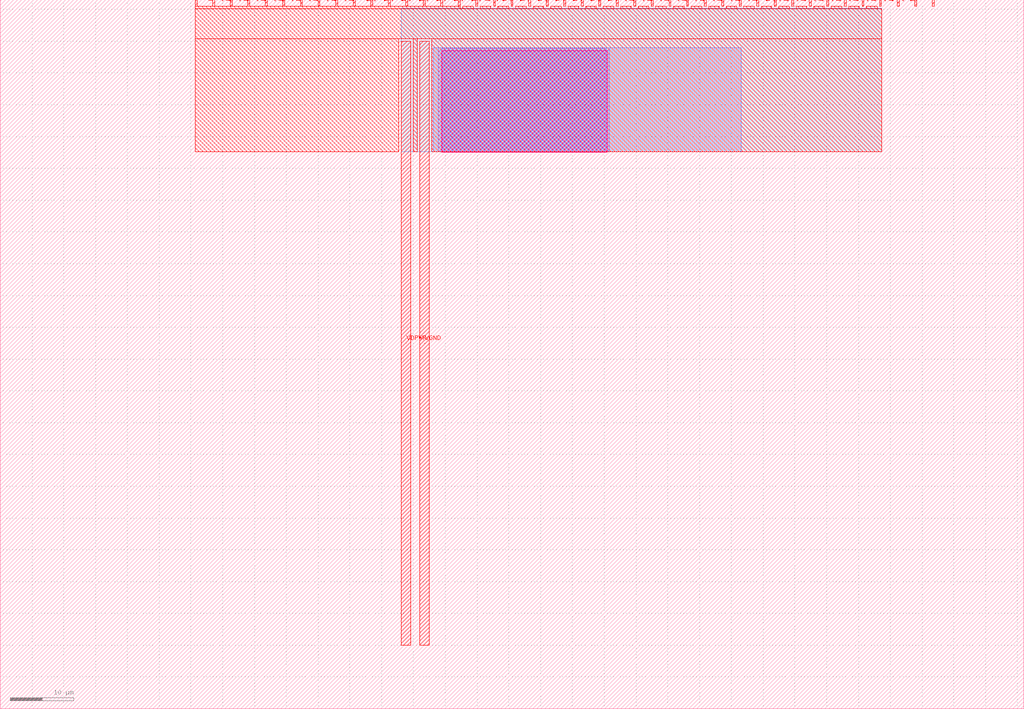
<source format=lef>
VERSION 5.7 ;
  NOWIREEXTENSIONATPIN ON ;
  DIVIDERCHAR "/" ;
  BUSBITCHARS "[]" ;
MACRO tt_um_rom_test
  CLASS BLOCK ;
  FOREIGN tt_um_rom_test ;
  ORIGIN 0.000 0.000 ;
  SIZE 161.000 BY 111.520 ;
  PIN clk
    DIRECTION INPUT ;
    USE SIGNAL ;
    PORT
      LAYER met4 ;
        RECT 143.830 110.520 144.130 111.520 ;
    END
  END clk
  PIN ena
    DIRECTION INPUT ;
    USE SIGNAL ;
    PORT
      LAYER met4 ;
        RECT 146.590 110.520 146.890 111.520 ;
    END
  END ena
  PIN rst_n
    DIRECTION INPUT ;
    USE SIGNAL ;
    PORT
      LAYER met4 ;
        RECT 141.070 110.520 141.370 111.520 ;
    END
  END rst_n
  PIN ui_in[0]
    DIRECTION INPUT ;
    USE SIGNAL ;
    ANTENNAGATEAREA 2.515500 ;
    PORT
      LAYER met4 ;
        RECT 138.310 110.520 138.610 111.520 ;
    END
  END ui_in[0]
  PIN ui_in[1]
    DIRECTION INPUT ;
    USE SIGNAL ;
    ANTENNAGATEAREA 2.644500 ;
    PORT
      LAYER met4 ;
        RECT 135.550 110.520 135.850 111.520 ;
    END
  END ui_in[1]
  PIN ui_in[2]
    DIRECTION INPUT ;
    USE SIGNAL ;
    ANTENNAGATEAREA 2.838000 ;
    PORT
      LAYER met4 ;
        RECT 132.790 110.520 133.090 111.520 ;
    END
  END ui_in[2]
  PIN ui_in[3]
    DIRECTION INPUT ;
    USE SIGNAL ;
    ANTENNAGATEAREA 2.515500 ;
    PORT
      LAYER met4 ;
        RECT 130.030 110.520 130.330 111.520 ;
    END
  END ui_in[3]
  PIN ui_in[4]
    DIRECTION INPUT ;
    USE SIGNAL ;
    ANTENNAGATEAREA 2.644500 ;
    PORT
      LAYER met4 ;
        RECT 127.270 110.520 127.570 111.520 ;
    END
  END ui_in[4]
  PIN ui_in[5]
    DIRECTION INPUT ;
    USE SIGNAL ;
    ANTENNAGATEAREA 2.773500 ;
    PORT
      LAYER met4 ;
        RECT 124.510 110.520 124.810 111.520 ;
    END
  END ui_in[5]
  PIN ui_in[6]
    DIRECTION INPUT ;
    USE SIGNAL ;
    ANTENNAGATEAREA 2.515500 ;
    PORT
      LAYER met4 ;
        RECT 121.750 110.520 122.050 111.520 ;
    END
  END ui_in[6]
  PIN ui_in[7]
    DIRECTION INPUT ;
    USE SIGNAL ;
    ANTENNAGATEAREA 3.031500 ;
    PORT
      LAYER met4 ;
        RECT 118.990 110.520 119.290 111.520 ;
    END
  END ui_in[7]
  PIN uio_in[0]
    DIRECTION INPUT ;
    USE SIGNAL ;
    ANTENNAGATEAREA 2.064000 ;
    PORT
      LAYER met4 ;
        RECT 116.230 110.520 116.530 111.520 ;
    END
  END uio_in[0]
  PIN uio_in[1]
    DIRECTION INPUT ;
    USE SIGNAL ;
    ANTENNAGATEAREA 2.064000 ;
    PORT
      LAYER met4 ;
        RECT 113.470 110.520 113.770 111.520 ;
    END
  END uio_in[1]
  PIN uio_in[2]
    DIRECTION INPUT ;
    USE SIGNAL ;
    ANTENNAGATEAREA 2.064000 ;
    PORT
      LAYER met4 ;
        RECT 110.710 110.520 111.010 111.520 ;
    END
  END uio_in[2]
  PIN uio_in[3]
    DIRECTION INPUT ;
    USE SIGNAL ;
    ANTENNAGATEAREA 2.064000 ;
    PORT
      LAYER met4 ;
        RECT 107.950 110.520 108.250 111.520 ;
    END
  END uio_in[3]
  PIN uio_in[4]
    DIRECTION INPUT ;
    USE SIGNAL ;
    ANTENNAGATEAREA 2.064000 ;
    PORT
      LAYER met4 ;
        RECT 105.190 110.520 105.490 111.520 ;
    END
  END uio_in[4]
  PIN uio_in[5]
    DIRECTION INPUT ;
    USE SIGNAL ;
    ANTENNAGATEAREA 2.064000 ;
    PORT
      LAYER met4 ;
        RECT 102.430 110.520 102.730 111.520 ;
    END
  END uio_in[5]
  PIN uio_in[6]
    DIRECTION INPUT ;
    USE SIGNAL ;
    ANTENNAGATEAREA 4.000000 ;
    PORT
      LAYER met4 ;
        RECT 99.670 110.520 99.970 111.520 ;
    END
  END uio_in[6]
  PIN uio_in[7]
    DIRECTION INPUT ;
    USE SIGNAL ;
    ANTENNAGATEAREA 0.600000 ;
    PORT
      LAYER met4 ;
        RECT 96.910 110.520 97.210 111.520 ;
    END
  END uio_in[7]
  PIN uio_oe[0]
    DIRECTION OUTPUT ;
    USE SIGNAL ;
    ANTENNADIFFAREA 26.736799 ;
    PORT
      LAYER met4 ;
        RECT 49.990 110.520 50.290 111.520 ;
    END
  END uio_oe[0]
  PIN uio_oe[1]
    DIRECTION OUTPUT ;
    USE SIGNAL ;
    ANTENNADIFFAREA 26.736799 ;
    PORT
      LAYER met4 ;
        RECT 47.230 110.520 47.530 111.520 ;
    END
  END uio_oe[1]
  PIN uio_oe[2]
    DIRECTION OUTPUT ;
    USE SIGNAL ;
    ANTENNADIFFAREA 26.736799 ;
    PORT
      LAYER met4 ;
        RECT 44.470 110.520 44.770 111.520 ;
    END
  END uio_oe[2]
  PIN uio_oe[3]
    DIRECTION OUTPUT ;
    USE SIGNAL ;
    ANTENNADIFFAREA 26.736799 ;
    PORT
      LAYER met4 ;
        RECT 41.710 110.520 42.010 111.520 ;
    END
  END uio_oe[3]
  PIN uio_oe[4]
    DIRECTION OUTPUT ;
    USE SIGNAL ;
    ANTENNADIFFAREA 26.736799 ;
    PORT
      LAYER met4 ;
        RECT 38.950 110.520 39.250 111.520 ;
    END
  END uio_oe[4]
  PIN uio_oe[5]
    DIRECTION OUTPUT ;
    USE SIGNAL ;
    ANTENNADIFFAREA 26.736799 ;
    PORT
      LAYER met4 ;
        RECT 36.190 110.520 36.490 111.520 ;
    END
  END uio_oe[5]
  PIN uio_oe[6]
    DIRECTION OUTPUT ;
    USE SIGNAL ;
    ANTENNADIFFAREA 26.736799 ;
    PORT
      LAYER met4 ;
        RECT 33.430 110.520 33.730 111.520 ;
    END
  END uio_oe[6]
  PIN uio_oe[7]
    DIRECTION OUTPUT ;
    USE SIGNAL ;
    ANTENNADIFFAREA 26.736799 ;
    PORT
      LAYER met4 ;
        RECT 30.670 110.520 30.970 111.520 ;
    END
  END uio_oe[7]
  PIN uio_out[0]
    DIRECTION OUTPUT ;
    USE SIGNAL ;
    ANTENNADIFFAREA 26.736799 ;
    PORT
      LAYER met4 ;
        RECT 72.070 110.520 72.370 111.520 ;
    END
  END uio_out[0]
  PIN uio_out[1]
    DIRECTION OUTPUT ;
    USE SIGNAL ;
    ANTENNADIFFAREA 26.736799 ;
    PORT
      LAYER met4 ;
        RECT 69.310 110.520 69.610 111.520 ;
    END
  END uio_out[1]
  PIN uio_out[2]
    DIRECTION OUTPUT ;
    USE SIGNAL ;
    ANTENNADIFFAREA 26.736799 ;
    PORT
      LAYER met4 ;
        RECT 66.550 110.520 66.850 111.520 ;
    END
  END uio_out[2]
  PIN uio_out[3]
    DIRECTION OUTPUT ;
    USE SIGNAL ;
    ANTENNADIFFAREA 26.736799 ;
    PORT
      LAYER met4 ;
        RECT 63.790 110.520 64.090 111.520 ;
    END
  END uio_out[3]
  PIN uio_out[4]
    DIRECTION OUTPUT ;
    USE SIGNAL ;
    ANTENNADIFFAREA 26.736799 ;
    PORT
      LAYER met4 ;
        RECT 61.030 110.520 61.330 111.520 ;
    END
  END uio_out[4]
  PIN uio_out[5]
    DIRECTION OUTPUT ;
    USE SIGNAL ;
    ANTENNADIFFAREA 26.736799 ;
    PORT
      LAYER met4 ;
        RECT 58.270 110.520 58.570 111.520 ;
    END
  END uio_out[5]
  PIN uio_out[6]
    DIRECTION OUTPUT ;
    USE SIGNAL ;
    ANTENNADIFFAREA 26.736799 ;
    PORT
      LAYER met4 ;
        RECT 55.510 110.520 55.810 111.520 ;
    END
  END uio_out[6]
  PIN uio_out[7]
    DIRECTION OUTPUT ;
    USE SIGNAL ;
    ANTENNADIFFAREA 26.736799 ;
    PORT
      LAYER met4 ;
        RECT 52.750 110.520 53.050 111.520 ;
    END
  END uio_out[7]
  PIN uo_out[0]
    DIRECTION OUTPUT ;
    USE SIGNAL ;
    ANTENNADIFFAREA 0.290000 ;
    PORT
      LAYER met4 ;
        RECT 94.150 110.520 94.450 111.520 ;
    END
  END uo_out[0]
  PIN uo_out[1]
    DIRECTION OUTPUT ;
    USE SIGNAL ;
    ANTENNADIFFAREA 0.290000 ;
    PORT
      LAYER met4 ;
        RECT 91.390 110.520 91.690 111.520 ;
    END
  END uo_out[1]
  PIN uo_out[2]
    DIRECTION OUTPUT ;
    USE SIGNAL ;
    ANTENNADIFFAREA 0.290000 ;
    PORT
      LAYER met4 ;
        RECT 88.630 110.520 88.930 111.520 ;
    END
  END uo_out[2]
  PIN uo_out[3]
    DIRECTION OUTPUT ;
    USE SIGNAL ;
    ANTENNADIFFAREA 0.290000 ;
    PORT
      LAYER met4 ;
        RECT 85.870 110.520 86.170 111.520 ;
    END
  END uo_out[3]
  PIN uo_out[4]
    DIRECTION OUTPUT ;
    USE SIGNAL ;
    ANTENNADIFFAREA 0.290000 ;
    PORT
      LAYER met4 ;
        RECT 83.110 110.520 83.410 111.520 ;
    END
  END uo_out[4]
  PIN uo_out[5]
    DIRECTION OUTPUT ;
    USE SIGNAL ;
    ANTENNADIFFAREA 0.290000 ;
    PORT
      LAYER met4 ;
        RECT 80.350 110.520 80.650 111.520 ;
    END
  END uo_out[5]
  PIN uo_out[6]
    DIRECTION OUTPUT ;
    USE SIGNAL ;
    ANTENNADIFFAREA 0.290000 ;
    PORT
      LAYER met4 ;
        RECT 77.590 110.520 77.890 111.520 ;
    END
  END uo_out[6]
  PIN uo_out[7]
    DIRECTION OUTPUT ;
    USE SIGNAL ;
    ANTENNADIFFAREA 0.290000 ;
    PORT
      LAYER met4 ;
        RECT 74.830 110.520 75.130 111.520 ;
    END
  END uo_out[7]
  PIN VGND
    DIRECTION INPUT ;
    USE GROUND ;
    PORT
      LAYER met4 ;
        RECT 66.000 10.000 67.500 105.000 ;
    END
  END VGND
  PIN VDPWR
    DIRECTION INPUT ;
    USE POWER ;
    PORT
      LAYER met4 ;
        RECT 63.100 10.000 64.600 105.000 ;
    END
  END VDPWR
  OBS
      LAYER nwell ;
        RECT 69.420 87.550 95.440 103.520 ;
      LAYER li1 ;
        RECT 69.540 87.630 95.320 103.890 ;
      LAYER met1 ;
        RECT 68.900 87.610 95.770 103.940 ;
      LAYER met2 ;
        RECT 68.100 87.580 116.590 104.000 ;
      LAYER met3 ;
        RECT 63.100 87.600 138.650 110.150 ;
      LAYER met4 ;
        RECT 30.670 110.120 72.370 110.520 ;
        RECT 72.770 110.120 74.430 110.520 ;
        RECT 75.530 110.120 77.190 110.520 ;
        RECT 78.290 110.120 79.950 110.520 ;
        RECT 81.050 110.120 82.710 110.520 ;
        RECT 83.810 110.120 85.470 110.520 ;
        RECT 86.570 110.120 88.230 110.520 ;
        RECT 89.330 110.120 90.990 110.520 ;
        RECT 92.090 110.120 93.750 110.520 ;
        RECT 94.850 110.120 96.510 110.520 ;
        RECT 97.610 110.120 99.270 110.520 ;
        RECT 100.370 110.120 102.030 110.520 ;
        RECT 103.130 110.120 104.790 110.520 ;
        RECT 105.890 110.120 107.550 110.520 ;
        RECT 108.650 110.120 110.310 110.520 ;
        RECT 111.410 110.120 113.070 110.520 ;
        RECT 114.170 110.120 115.830 110.520 ;
        RECT 116.930 110.120 118.590 110.520 ;
        RECT 119.690 110.120 121.350 110.520 ;
        RECT 122.450 110.120 124.110 110.520 ;
        RECT 125.210 110.120 126.870 110.520 ;
        RECT 127.970 110.120 129.630 110.520 ;
        RECT 130.730 110.120 132.390 110.520 ;
        RECT 133.490 110.120 135.150 110.520 ;
        RECT 136.250 110.120 137.910 110.520 ;
        RECT 30.670 105.400 138.630 110.120 ;
        RECT 30.670 87.600 62.700 105.400 ;
        RECT 65.000 87.600 65.600 105.400 ;
        RECT 67.900 87.600 138.630 105.400 ;
  END
END tt_um_rom_test
END LIBRARY


</source>
